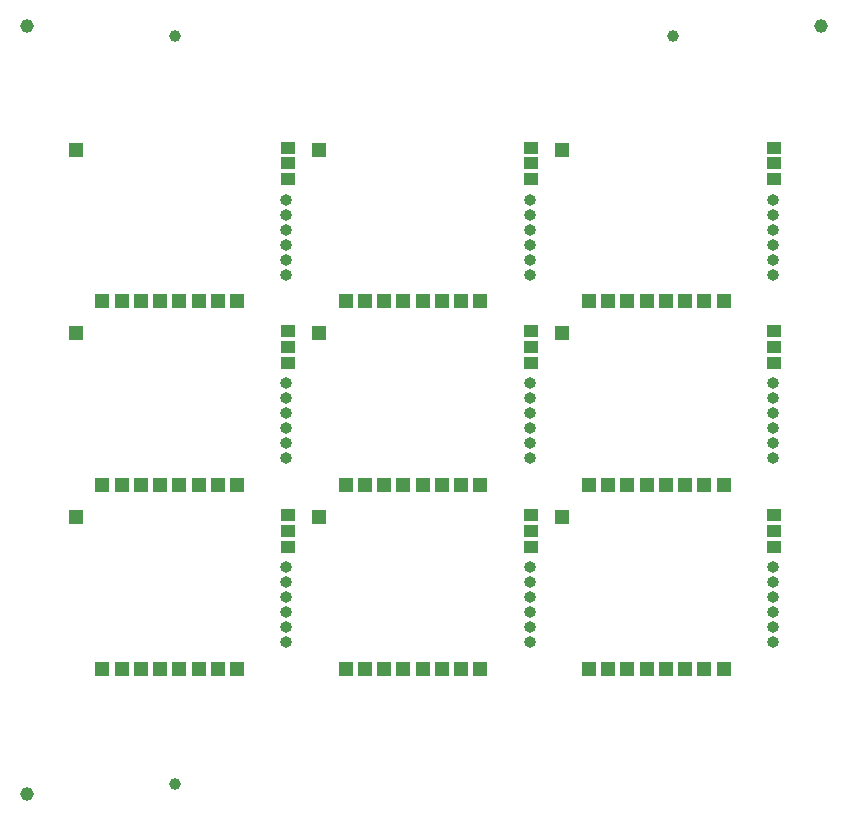
<source format=gbs>
G04 #@! TF.GenerationSoftware,KiCad,Pcbnew,7.0.2-6a45011f42~172~ubuntu22.04.1*
G04 #@! TF.CreationDate,2023-07-04T14:06:36+08:00*
G04 #@! TF.ProjectId,panel_3_3,70616e65-6c5f-4335-9f33-2e6b69636164,rev?*
G04 #@! TF.SameCoordinates,Original*
G04 #@! TF.FileFunction,Soldermask,Bot*
G04 #@! TF.FilePolarity,Negative*
%FSLAX46Y46*%
G04 Gerber Fmt 4.6, Leading zero omitted, Abs format (unit mm)*
G04 Created by KiCad (PCBNEW 7.0.2-6a45011f42~172~ubuntu22.04.1) date 2023-07-04 14:06:36*
%MOMM*%
%LPD*%
G01*
G04 APERTURE LIST*
%ADD10R,1.200000X1.200000*%
%ADD11O,1.000000X1.000000*%
%ADD12R,1.200000X1.000000*%
%ADD13C,1.152000*%
%ADD14C,1.000000*%
G04 APERTURE END LIST*
D10*
G04 #@! TO.C,J2*
X54970000Y-56930000D03*
G04 #@! TD*
G04 #@! TO.C,J4*
X17025000Y-56930000D03*
G04 #@! TD*
D11*
G04 #@! TO.C,J8*
X24450000Y-48320000D03*
X24450000Y-49590000D03*
X24450000Y-50860000D03*
X24450000Y-52130000D03*
X24450000Y-53400000D03*
X24450000Y-54670000D03*
G04 #@! TD*
D10*
G04 #@! TO.C,J1*
X47810000Y-12980000D03*
G04 #@! TD*
D12*
G04 #@! TO.C,J13*
X45180000Y-29695000D03*
G04 #@! TD*
D13*
G04 #@! TO.C,REF\u002A\u002A*
X2500000Y-2500000D03*
G04 #@! TD*
D12*
G04 #@! TO.C,J12*
X45180000Y-28370000D03*
G04 #@! TD*
D10*
G04 #@! TO.C,J4*
X58225000Y-56930000D03*
G04 #@! TD*
D12*
G04 #@! TO.C,J12*
X24580000Y-28370000D03*
G04 #@! TD*
D10*
G04 #@! TO.C,J3*
X35997500Y-41370000D03*
G04 #@! TD*
G04 #@! TO.C,J5*
X18652500Y-25810000D03*
G04 #@! TD*
G04 #@! TO.C,J3*
X56597500Y-56930000D03*
G04 #@! TD*
G04 #@! TO.C,J6*
X31120000Y-25810000D03*
G04 #@! TD*
G04 #@! TO.C,J9*
X32742500Y-56930000D03*
G04 #@! TD*
G04 #@! TO.C,J2*
X34370000Y-56930000D03*
G04 #@! TD*
G04 #@! TO.C,J9*
X53342500Y-25810000D03*
G04 #@! TD*
G04 #@! TO.C,J6*
X31120000Y-41370000D03*
G04 #@! TD*
G04 #@! TO.C,J9*
X53342500Y-41370000D03*
G04 #@! TD*
D12*
G04 #@! TO.C,J12*
X24580000Y-12810000D03*
G04 #@! TD*
D10*
G04 #@! TO.C,J3*
X35997500Y-56930000D03*
G04 #@! TD*
G04 #@! TO.C,J3*
X15397500Y-56930000D03*
G04 #@! TD*
D12*
G04 #@! TO.C,J11*
X24580000Y-46580000D03*
G04 #@! TD*
G04 #@! TO.C,J12*
X65780000Y-28370000D03*
G04 #@! TD*
D10*
G04 #@! TO.C,J5*
X39252500Y-56930000D03*
G04 #@! TD*
G04 #@! TO.C,J10*
X20280000Y-56930000D03*
G04 #@! TD*
G04 #@! TO.C,J1*
X27210000Y-28540000D03*
G04 #@! TD*
G04 #@! TO.C,J5*
X18652500Y-41370000D03*
G04 #@! TD*
D12*
G04 #@! TO.C,J13*
X45180000Y-45255000D03*
G04 #@! TD*
G04 #@! TO.C,J11*
X45180000Y-15460000D03*
G04 #@! TD*
D10*
G04 #@! TO.C,J6*
X10520000Y-41370000D03*
G04 #@! TD*
G04 #@! TO.C,J7*
X29487500Y-56930000D03*
G04 #@! TD*
G04 #@! TO.C,J3*
X15397500Y-25810000D03*
G04 #@! TD*
G04 #@! TO.C,J5*
X59852500Y-25810000D03*
G04 #@! TD*
G04 #@! TO.C,J4*
X17025000Y-25810000D03*
G04 #@! TD*
D12*
G04 #@! TO.C,J12*
X45180000Y-12810000D03*
G04 #@! TD*
G04 #@! TO.C,J11*
X45180000Y-46580000D03*
G04 #@! TD*
D10*
G04 #@! TO.C,J5*
X59852500Y-41370000D03*
G04 #@! TD*
G04 #@! TO.C,J7*
X29487500Y-41370000D03*
G04 #@! TD*
G04 #@! TO.C,J3*
X56597500Y-41370000D03*
G04 #@! TD*
D12*
G04 #@! TO.C,J12*
X65780000Y-12810000D03*
G04 #@! TD*
D10*
G04 #@! TO.C,J7*
X8887500Y-41370000D03*
G04 #@! TD*
G04 #@! TO.C,J3*
X15397500Y-41370000D03*
G04 #@! TD*
D13*
G04 #@! TO.C,REF\u002A\u002A*
X69700000Y-2500000D03*
G04 #@! TD*
D11*
G04 #@! TO.C,J8*
X65650000Y-17200000D03*
X65650000Y-18470000D03*
X65650000Y-19740000D03*
X65650000Y-21010000D03*
X65650000Y-22280000D03*
X65650000Y-23550000D03*
G04 #@! TD*
D10*
G04 #@! TO.C,J10*
X20280000Y-25810000D03*
G04 #@! TD*
G04 #@! TO.C,J5*
X39252500Y-25810000D03*
G04 #@! TD*
D12*
G04 #@! TO.C,J11*
X24580000Y-15460000D03*
G04 #@! TD*
D10*
G04 #@! TO.C,J4*
X58225000Y-25810000D03*
G04 #@! TD*
G04 #@! TO.C,J4*
X17025000Y-41370000D03*
G04 #@! TD*
G04 #@! TO.C,J4*
X37625000Y-56930000D03*
G04 #@! TD*
D11*
G04 #@! TO.C,J8*
X65650000Y-32760000D03*
X65650000Y-34030000D03*
X65650000Y-35300000D03*
X65650000Y-36570000D03*
X65650000Y-37840000D03*
X65650000Y-39110000D03*
G04 #@! TD*
G04 #@! TO.C,J8*
X24450000Y-17200000D03*
X24450000Y-18470000D03*
X24450000Y-19740000D03*
X24450000Y-21010000D03*
X24450000Y-22280000D03*
X24450000Y-23550000D03*
G04 #@! TD*
D10*
G04 #@! TO.C,J2*
X13770000Y-25810000D03*
G04 #@! TD*
D12*
G04 #@! TO.C,J11*
X65780000Y-46580000D03*
G04 #@! TD*
D11*
G04 #@! TO.C,J8*
X65650000Y-48320000D03*
X65650000Y-49590000D03*
X65650000Y-50860000D03*
X65650000Y-52130000D03*
X65650000Y-53400000D03*
X65650000Y-54670000D03*
G04 #@! TD*
D10*
G04 #@! TO.C,J4*
X37625000Y-41370000D03*
G04 #@! TD*
G04 #@! TO.C,J10*
X40880000Y-25810000D03*
G04 #@! TD*
G04 #@! TO.C,J5*
X59852500Y-56930000D03*
G04 #@! TD*
G04 #@! TO.C,J1*
X27210000Y-44100000D03*
G04 #@! TD*
G04 #@! TO.C,J3*
X56597500Y-25810000D03*
G04 #@! TD*
D12*
G04 #@! TO.C,J12*
X65780000Y-43930000D03*
G04 #@! TD*
G04 #@! TO.C,J12*
X24580000Y-43930000D03*
G04 #@! TD*
G04 #@! TO.C,J12*
X45180000Y-43930000D03*
G04 #@! TD*
D10*
G04 #@! TO.C,J2*
X54970000Y-25810000D03*
G04 #@! TD*
D12*
G04 #@! TO.C,J13*
X24580000Y-45255000D03*
G04 #@! TD*
D10*
G04 #@! TO.C,J7*
X50087500Y-56930000D03*
G04 #@! TD*
G04 #@! TO.C,J9*
X53342500Y-56930000D03*
G04 #@! TD*
G04 #@! TO.C,J9*
X32742500Y-25810000D03*
G04 #@! TD*
G04 #@! TO.C,J7*
X8887500Y-56930000D03*
G04 #@! TD*
D11*
G04 #@! TO.C,J8*
X45050000Y-48320000D03*
X45050000Y-49590000D03*
X45050000Y-50860000D03*
X45050000Y-52130000D03*
X45050000Y-53400000D03*
X45050000Y-54670000D03*
G04 #@! TD*
D12*
G04 #@! TO.C,J11*
X65780000Y-31020000D03*
G04 #@! TD*
D10*
G04 #@! TO.C,J1*
X47810000Y-44100000D03*
G04 #@! TD*
G04 #@! TO.C,J2*
X13770000Y-41370000D03*
G04 #@! TD*
G04 #@! TO.C,J10*
X40880000Y-41370000D03*
G04 #@! TD*
G04 #@! TO.C,J6*
X31120000Y-56930000D03*
G04 #@! TD*
D11*
G04 #@! TO.C,J8*
X24450000Y-32760000D03*
X24450000Y-34030000D03*
X24450000Y-35300000D03*
X24450000Y-36570000D03*
X24450000Y-37840000D03*
X24450000Y-39110000D03*
G04 #@! TD*
D10*
G04 #@! TO.C,J5*
X39252500Y-41370000D03*
G04 #@! TD*
D12*
G04 #@! TO.C,J13*
X65780000Y-14135000D03*
G04 #@! TD*
D10*
G04 #@! TO.C,J2*
X34370000Y-41370000D03*
G04 #@! TD*
G04 #@! TO.C,J10*
X61480000Y-56930000D03*
G04 #@! TD*
G04 #@! TO.C,J1*
X27210000Y-12980000D03*
G04 #@! TD*
G04 #@! TO.C,J1*
X6610000Y-28540000D03*
G04 #@! TD*
G04 #@! TO.C,J6*
X51720000Y-25810000D03*
G04 #@! TD*
G04 #@! TO.C,J9*
X12142500Y-41370000D03*
G04 #@! TD*
G04 #@! TO.C,J10*
X61480000Y-41370000D03*
G04 #@! TD*
G04 #@! TO.C,J4*
X58225000Y-41370000D03*
G04 #@! TD*
G04 #@! TO.C,J7*
X29487500Y-25810000D03*
G04 #@! TD*
D12*
G04 #@! TO.C,J13*
X65780000Y-29695000D03*
G04 #@! TD*
D10*
G04 #@! TO.C,J7*
X50087500Y-25810000D03*
G04 #@! TD*
G04 #@! TO.C,J10*
X40880000Y-56930000D03*
G04 #@! TD*
G04 #@! TO.C,J9*
X12142500Y-25810000D03*
G04 #@! TD*
D11*
G04 #@! TO.C,J8*
X45050000Y-32760000D03*
X45050000Y-34030000D03*
X45050000Y-35300000D03*
X45050000Y-36570000D03*
X45050000Y-37840000D03*
X45050000Y-39110000D03*
G04 #@! TD*
D10*
G04 #@! TO.C,J3*
X35997500Y-25810000D03*
G04 #@! TD*
G04 #@! TO.C,J10*
X61480000Y-25810000D03*
G04 #@! TD*
D12*
G04 #@! TO.C,J11*
X45180000Y-31020000D03*
G04 #@! TD*
D10*
G04 #@! TO.C,J2*
X34370000Y-25810000D03*
G04 #@! TD*
G04 #@! TO.C,J4*
X37625000Y-25810000D03*
G04 #@! TD*
D13*
G04 #@! TO.C,REF\u002A\u002A*
X2500000Y-67500000D03*
G04 #@! TD*
D12*
G04 #@! TO.C,J11*
X24580000Y-31020000D03*
G04 #@! TD*
D10*
G04 #@! TO.C,J1*
X47810000Y-28540000D03*
G04 #@! TD*
G04 #@! TO.C,J9*
X32742500Y-41370000D03*
G04 #@! TD*
G04 #@! TO.C,J1*
X6610000Y-44100000D03*
G04 #@! TD*
G04 #@! TO.C,J1*
X6610000Y-12980000D03*
G04 #@! TD*
D12*
G04 #@! TO.C,J13*
X24580000Y-14135000D03*
G04 #@! TD*
D10*
G04 #@! TO.C,J2*
X54970000Y-41370000D03*
G04 #@! TD*
G04 #@! TO.C,J5*
X18652500Y-56930000D03*
G04 #@! TD*
D11*
G04 #@! TO.C,J8*
X45050000Y-17200000D03*
X45050000Y-18470000D03*
X45050000Y-19740000D03*
X45050000Y-21010000D03*
X45050000Y-22280000D03*
X45050000Y-23550000D03*
G04 #@! TD*
D10*
G04 #@! TO.C,J7*
X8887500Y-25810000D03*
G04 #@! TD*
G04 #@! TO.C,J7*
X50087500Y-41370000D03*
G04 #@! TD*
G04 #@! TO.C,J9*
X12142500Y-56930000D03*
G04 #@! TD*
G04 #@! TO.C,J6*
X51720000Y-56930000D03*
G04 #@! TD*
G04 #@! TO.C,J2*
X13770000Y-56930000D03*
G04 #@! TD*
G04 #@! TO.C,J10*
X20280000Y-41370000D03*
G04 #@! TD*
D12*
G04 #@! TO.C,J13*
X45180000Y-14135000D03*
G04 #@! TD*
G04 #@! TO.C,J11*
X65780000Y-15460000D03*
G04 #@! TD*
D10*
G04 #@! TO.C,J6*
X10520000Y-25810000D03*
G04 #@! TD*
G04 #@! TO.C,J6*
X10520000Y-56930000D03*
G04 #@! TD*
G04 #@! TO.C,J6*
X51720000Y-41370000D03*
G04 #@! TD*
D12*
G04 #@! TO.C,J13*
X24580000Y-29695000D03*
G04 #@! TD*
G04 #@! TO.C,J13*
X65780000Y-45255000D03*
G04 #@! TD*
D14*
G04 #@! TO.C,REF\u002A\u002A*
X57200000Y-3350000D03*
G04 #@! TD*
G04 #@! TO.C,REF\u002A\u002A*
X15000000Y-3350000D03*
G04 #@! TD*
G04 #@! TO.C,REF\u002A\u002A*
X15000000Y-66650000D03*
G04 #@! TD*
M02*

</source>
